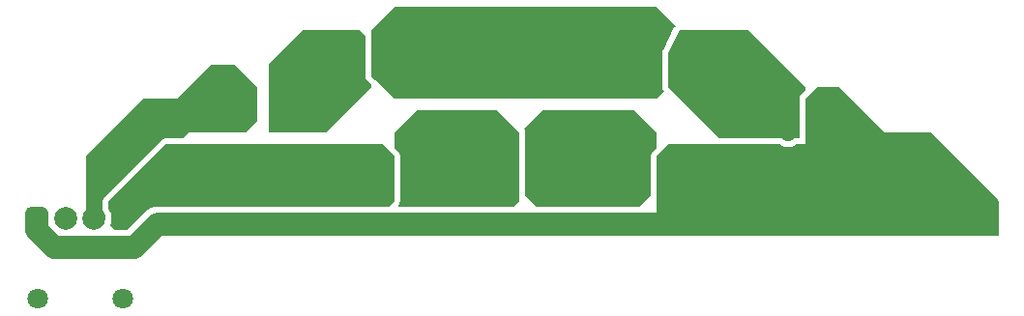
<source format=gtl>
G04*
G04 #@! TF.GenerationSoftware,Altium Limited,Altium Designer,22.11.1 (43)*
G04*
G04 Layer_Physical_Order=1*
G04 Layer_Color=255*
%FSLAX44Y44*%
%MOMM*%
G71*
G04*
G04 #@! TF.SameCoordinates,022B600F-6A39-489C-B13A-5D3FAA6F7639*
G04*
G04*
G04 #@! TF.FilePolarity,Positive*
G04*
G01*
G75*
G04:AMPARAMS|DCode=11|XSize=0.65mm|YSize=3.45mm|CornerRadius=0.1625mm|HoleSize=0mm|Usage=FLASHONLY|Rotation=0.000|XOffset=0mm|YOffset=0mm|HoleType=Round|Shape=RoundedRectangle|*
%AMROUNDEDRECTD11*
21,1,0.6500,3.1250,0,0,0.0*
21,1,0.3250,3.4500,0,0,0.0*
1,1,0.3250,0.1625,-1.5625*
1,1,0.3250,-0.1625,-1.5625*
1,1,0.3250,-0.1625,1.5625*
1,1,0.3250,0.1625,1.5625*
%
%ADD11ROUNDEDRECTD11*%
%ADD16C,2.0000*%
%ADD17C,2.0000*%
G04:AMPARAMS|DCode=18|XSize=2mm|YSize=2mm|CornerRadius=0.5mm|HoleSize=0mm|Usage=FLASHONLY|Rotation=180.000|XOffset=0mm|YOffset=0mm|HoleType=Round|Shape=RoundedRectangle|*
%AMROUNDEDRECTD18*
21,1,2.0000,1.0000,0,0,180.0*
21,1,1.0000,2.0000,0,0,180.0*
1,1,1.0000,-0.5000,0.5000*
1,1,1.0000,0.5000,0.5000*
1,1,1.0000,0.5000,-0.5000*
1,1,1.0000,-0.5000,-0.5000*
%
%ADD18ROUNDEDRECTD18*%
%ADD19C,1.8000*%
G36*
X676395Y533605D02*
X675941Y532925D01*
X675440Y532280D01*
X665440Y512280D01*
X665392Y512103D01*
X665290Y511951D01*
X665131Y511149D01*
X664915Y510361D01*
X664938Y510180D01*
X664902Y510000D01*
Y480000D01*
X665290Y478049D01*
X666395Y476395D01*
X660000Y470000D01*
X430000D01*
X413605Y486395D01*
X413605Y486395D01*
X410242Y489758D01*
X410000Y490000D01*
Y530000D01*
X430000Y550000D01*
X660000D01*
X676395Y533605D01*
D02*
G37*
G36*
X404902Y525098D02*
Y490000D01*
X405290Y488049D01*
X406395Y486395D01*
X406637Y486153D01*
X406637Y486153D01*
X410000Y482790D01*
Y480000D01*
X370000Y440000D01*
X320000D01*
Y500000D01*
X350000Y530000D01*
X400000D01*
X404902Y525098D01*
D02*
G37*
G36*
X790000Y480000D02*
Y477210D01*
X786395Y473605D01*
X785290Y471951D01*
X784902Y470000D01*
Y435098D01*
X781619D01*
X781289Y435032D01*
X780953Y435054D01*
X780322Y434840D01*
X779668Y434710D01*
X779388Y434523D01*
X779070Y434415D01*
X778568Y433975D01*
X778014Y433605D01*
X777892Y433422D01*
X777395Y433041D01*
X777024Y432887D01*
X776291Y432791D01*
X773709D01*
X772976Y432887D01*
X772605Y433041D01*
X772108Y433422D01*
X771986Y433605D01*
X771432Y433975D01*
X770930Y434415D01*
X770612Y434523D01*
X770332Y434710D01*
X769678Y434840D01*
X769047Y435054D01*
X768711Y435032D01*
X768381Y435098D01*
X714902D01*
X670000Y480000D01*
Y510000D01*
X680000Y530000D01*
X740000D01*
X790000Y480000D01*
D02*
G37*
G36*
X860000Y440000D02*
X900000D01*
X960000Y380000D01*
Y350000D01*
X680000Y350000D01*
X660000Y370000D01*
Y420000D01*
X670000Y430000D01*
X768381D01*
X768650Y429650D01*
X770034Y428588D01*
X771646Y427920D01*
X773375Y427693D01*
X776625D01*
X778354Y427920D01*
X779966Y428588D01*
X781350Y429650D01*
X781619Y430000D01*
X790000D01*
Y470000D01*
X800000Y480000D01*
X820000D01*
X860000Y440000D01*
D02*
G37*
G36*
X660000D02*
X660000D01*
Y427210D01*
X656395Y423605D01*
X655290Y421951D01*
X654902Y420000D01*
Y384902D01*
X645072Y375073D01*
X554927D01*
X545098Y384902D01*
Y440000D01*
X544710Y441951D01*
X543605Y443605D01*
X560000Y460000D01*
Y460000D01*
X640000D01*
X660000Y440000D01*
D02*
G37*
G36*
X540000Y440000D02*
Y380000D01*
X535073Y375073D01*
X434927D01*
X433605Y376395D01*
X434710Y378049D01*
X435098Y380000D01*
Y420000D01*
X434774Y421627D01*
X434710Y421951D01*
X433605Y423605D01*
X430000Y427210D01*
Y440000D01*
X450000Y460000D01*
X520000D01*
X540000Y440000D01*
D02*
G37*
G36*
X310000Y480000D02*
Y450000D01*
X300000Y440000D01*
X250000D01*
X245098Y435098D01*
X230000D01*
X228049Y434710D01*
X226395Y433605D01*
X176395Y383605D01*
X176395Y383605D01*
X175290Y381951D01*
X174902Y380000D01*
Y373217D01*
X175000Y372724D01*
Y372222D01*
X175192Y371758D01*
X175290Y371266D01*
X175569Y370848D01*
X175761Y370384D01*
X176275Y369615D01*
X177022Y367813D01*
X177153Y367153D01*
X170000Y360000D01*
X160000D01*
Y420000D01*
X210000Y470000D01*
X240000D01*
X270000Y500000D01*
X290000D01*
X310000Y480000D01*
D02*
G37*
G36*
X430000Y420000D02*
Y380000D01*
X425073Y375073D01*
X222930D01*
X219990Y374783D01*
X217162Y373925D01*
X214556Y372532D01*
X212272Y370658D01*
X196612Y354998D01*
X185002D01*
X181199Y358801D01*
X181924Y360550D01*
X182500Y363448D01*
Y366402D01*
X181924Y369300D01*
X180793Y372030D01*
X180000Y373217D01*
Y380000D01*
X180000D01*
X230000Y430000D01*
X420000D01*
X430000Y420000D01*
D02*
G37*
D11*
X675000Y400000D02*
D03*
X647060D02*
D03*
X802940Y450000D02*
D03*
X775000D02*
D03*
X688970Y500000D02*
D03*
X661030D02*
D03*
X553970Y400000D02*
D03*
X526030D02*
D03*
X425000Y500000D02*
D03*
X397060D02*
D03*
X438970Y400000D02*
D03*
X411030D02*
D03*
X328970Y460000D02*
D03*
X301030D02*
D03*
D16*
X222930Y360000D02*
X780000D01*
X202855Y339925D02*
X222930Y360000D01*
X132145Y339925D02*
X202855D01*
X117500Y354570D02*
X132145Y339925D01*
X117500Y354570D02*
Y364925D01*
D17*
X167500D02*
D03*
X142500D02*
D03*
X192500D02*
D03*
D18*
X117500D02*
D03*
D19*
X117570Y295075D02*
D03*
X192500D02*
D03*
M02*

</source>
